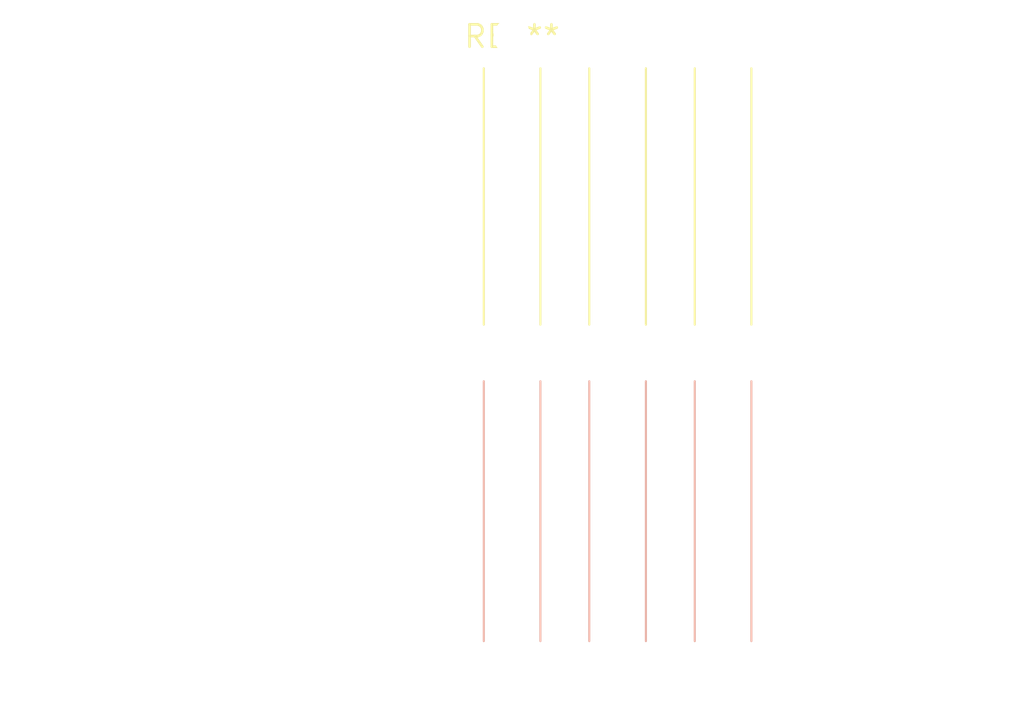
<source format=kicad_pcb>
(kicad_pcb (version 20240108) (generator pcbnew)
  (layers (0 "F.Cu" signal) (31 "B.Cu" signal) (34 "B.Paste" user) (35 "F.Paste" user) (36 "B.SilkS" user "B.Silkscreen") (37 "F.SilkS" user "F.Silkscreen") (38 "B.Mask" user) (39 "F.Mask" user) (44 "Edge.Cuts" user))
  (net 0 "")
  (footprint "SolderWire-1.5sqmm_1x03_P6mm_D1.7mm_OD3mm_Relief2x" (layer "F.Cu") (at 0 0)
    (property "Reference" "REF**")
    (property "Value" "SolderWire-1.5sqmm_1x03_P6mm_D1.7mm_OD3mm_Relief2x")
    (fp_line (start -1.61 19.61) (end -1.61 34.39) (layer "B.SilkS") (stroke (width 0.12)))
    (fp_line (start 1.61 19.61) (end 1.61 34.39) (layer "B.SilkS") (stroke (width 0.12)))
    (fp_line (start 4.39 19.61) (end 4.39 34.39) (layer "B.SilkS") (stroke (width 0.12)))
    (fp_line (start 7.61 19.61) (end 7.61 34.39) (layer "B.SilkS") (stroke (width 0.12)))
    (fp_line (start 10.39 19.61) (end 10.39 34.39) (layer "B.SilkS") (stroke (width 0.12)))
    (fp_line (start 13.61 19.61) (end 13.61 34.39) (layer "B.SilkS") (stroke (width 0.12)))
    (fp_line (start -1.61 1.81) (end -1.61 16.39) (layer "F.SilkS") (stroke (width 0.12)))
    (fp_line (start 1.61 1.81) (end 1.61 16.39) (layer "F.SilkS") (stroke (width 0.12)))
    (fp_line (start 4.39 1.81) (end 4.39 16.39) (layer "F.SilkS") (stroke (width 0.12)))
    (fp_line (start 7.61 1.81) (end 7.61 16.39) (layer "F.SilkS") (stroke (width 0.12)))
    (fp_line (start 10.39 1.81) (end 10.39 16.39) (layer "F.SilkS") (stroke (width 0.12)))
    (fp_line (start 13.61 1.81) (end 13.61 16.39) (layer "F.SilkS") (stroke (width 0.12)))
    (pad "" np_thru_hole circle (at 0 18) (size 3.5 3.5) (drill 3.5) (layers *.Cu *.Mask))
    (pad "" np_thru_hole circle (at 0 36) (size 3.5 3.5) (drill 3.5) (layers *.Cu *.Mask))
    (pad "" np_thru_hole circle (at 6 18) (size 3.5 3.5) (drill 3.5) (layers *.Cu *.Mask))
    (pad "" np_thru_hole circle (at 6 36) (size 3.5 3.5) (drill 3.5) (layers *.Cu *.Mask))
    (pad "" np_thru_hole circle (at 12 18) (size 3.5 3.5) (drill 3.5) (layers *.Cu *.Mask))
    (pad "" np_thru_hole circle (at 12 36) (size 3.5 3.5) (drill 3.5) (layers *.Cu *.Mask))
    (pad "1" thru_hole roundrect (at 0 0) (size 3.1 3.1) (drill 2.1) (layers *.Cu *.Mask) (remove_unused_layers) (roundrect_rratio 0.080645))
    (pad "2" thru_hole circle (at 6 0) (size 3.1 3.1) (drill 2.1) (layers *.Cu *.Mask) (remove_unused_layers))
    (pad "3" thru_hole circle (at 12 0) (size 3.1 3.1) (drill 2.1) (layers *.Cu *.Mask) (remove_unused_layers))
  )
)
</source>
